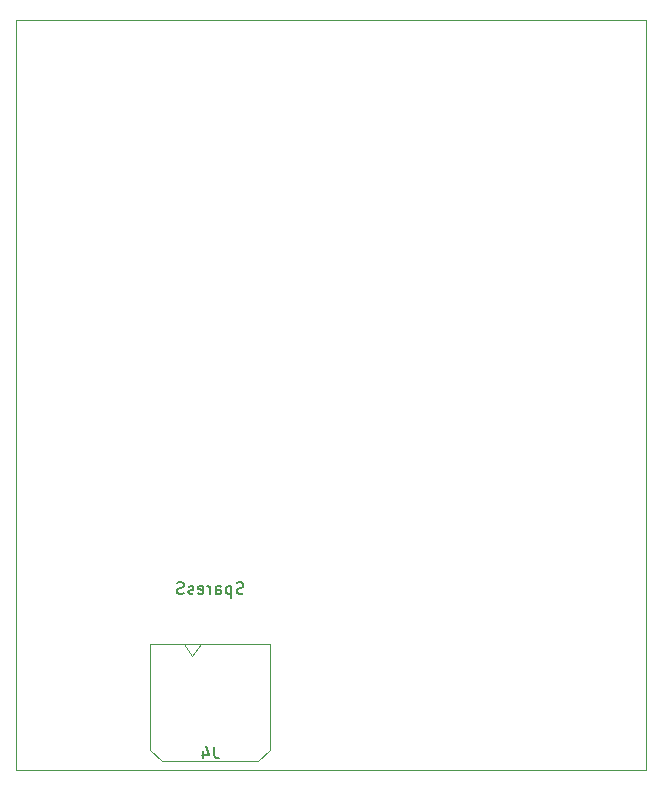
<source format=gbr>
%TF.GenerationSoftware,KiCad,Pcbnew,7.0.7*%
%TF.CreationDate,2023-10-17T22:09:54-05:00*%
%TF.ProjectId,Heater_South_DCT_HSK,48656174-6572-45f5-936f-7574685f4443,rev?*%
%TF.SameCoordinates,Original*%
%TF.FileFunction,AssemblyDrawing,Bot*%
%FSLAX46Y46*%
G04 Gerber Fmt 4.6, Leading zero omitted, Abs format (unit mm)*
G04 Created by KiCad (PCBNEW 7.0.7) date 2023-10-17 22:09:54*
%MOMM*%
%LPD*%
G01*
G04 APERTURE LIST*
%ADD10C,0.150000*%
%ADD11C,0.100000*%
%TA.AperFunction,Profile*%
%ADD12C,0.100000*%
%TD*%
G04 APERTURE END LIST*
D10*
X120809523Y-99387200D02*
X120666666Y-99434819D01*
X120666666Y-99434819D02*
X120428571Y-99434819D01*
X120428571Y-99434819D02*
X120333333Y-99387200D01*
X120333333Y-99387200D02*
X120285714Y-99339580D01*
X120285714Y-99339580D02*
X120238095Y-99244342D01*
X120238095Y-99244342D02*
X120238095Y-99149104D01*
X120238095Y-99149104D02*
X120285714Y-99053866D01*
X120285714Y-99053866D02*
X120333333Y-99006247D01*
X120333333Y-99006247D02*
X120428571Y-98958628D01*
X120428571Y-98958628D02*
X120619047Y-98911009D01*
X120619047Y-98911009D02*
X120714285Y-98863390D01*
X120714285Y-98863390D02*
X120761904Y-98815771D01*
X120761904Y-98815771D02*
X120809523Y-98720533D01*
X120809523Y-98720533D02*
X120809523Y-98625295D01*
X120809523Y-98625295D02*
X120761904Y-98530057D01*
X120761904Y-98530057D02*
X120714285Y-98482438D01*
X120714285Y-98482438D02*
X120619047Y-98434819D01*
X120619047Y-98434819D02*
X120380952Y-98434819D01*
X120380952Y-98434819D02*
X120238095Y-98482438D01*
X119809523Y-98768152D02*
X119809523Y-99768152D01*
X119809523Y-98815771D02*
X119714285Y-98768152D01*
X119714285Y-98768152D02*
X119523809Y-98768152D01*
X119523809Y-98768152D02*
X119428571Y-98815771D01*
X119428571Y-98815771D02*
X119380952Y-98863390D01*
X119380952Y-98863390D02*
X119333333Y-98958628D01*
X119333333Y-98958628D02*
X119333333Y-99244342D01*
X119333333Y-99244342D02*
X119380952Y-99339580D01*
X119380952Y-99339580D02*
X119428571Y-99387200D01*
X119428571Y-99387200D02*
X119523809Y-99434819D01*
X119523809Y-99434819D02*
X119714285Y-99434819D01*
X119714285Y-99434819D02*
X119809523Y-99387200D01*
X118476190Y-99434819D02*
X118476190Y-98911009D01*
X118476190Y-98911009D02*
X118523809Y-98815771D01*
X118523809Y-98815771D02*
X118619047Y-98768152D01*
X118619047Y-98768152D02*
X118809523Y-98768152D01*
X118809523Y-98768152D02*
X118904761Y-98815771D01*
X118476190Y-99387200D02*
X118571428Y-99434819D01*
X118571428Y-99434819D02*
X118809523Y-99434819D01*
X118809523Y-99434819D02*
X118904761Y-99387200D01*
X118904761Y-99387200D02*
X118952380Y-99291961D01*
X118952380Y-99291961D02*
X118952380Y-99196723D01*
X118952380Y-99196723D02*
X118904761Y-99101485D01*
X118904761Y-99101485D02*
X118809523Y-99053866D01*
X118809523Y-99053866D02*
X118571428Y-99053866D01*
X118571428Y-99053866D02*
X118476190Y-99006247D01*
X117999999Y-99434819D02*
X117999999Y-98768152D01*
X117999999Y-98958628D02*
X117952380Y-98863390D01*
X117952380Y-98863390D02*
X117904761Y-98815771D01*
X117904761Y-98815771D02*
X117809523Y-98768152D01*
X117809523Y-98768152D02*
X117714285Y-98768152D01*
X116999999Y-99387200D02*
X117095237Y-99434819D01*
X117095237Y-99434819D02*
X117285713Y-99434819D01*
X117285713Y-99434819D02*
X117380951Y-99387200D01*
X117380951Y-99387200D02*
X117428570Y-99291961D01*
X117428570Y-99291961D02*
X117428570Y-98911009D01*
X117428570Y-98911009D02*
X117380951Y-98815771D01*
X117380951Y-98815771D02*
X117285713Y-98768152D01*
X117285713Y-98768152D02*
X117095237Y-98768152D01*
X117095237Y-98768152D02*
X116999999Y-98815771D01*
X116999999Y-98815771D02*
X116952380Y-98911009D01*
X116952380Y-98911009D02*
X116952380Y-99006247D01*
X116952380Y-99006247D02*
X117428570Y-99101485D01*
X116571427Y-99387200D02*
X116476189Y-99434819D01*
X116476189Y-99434819D02*
X116285713Y-99434819D01*
X116285713Y-99434819D02*
X116190475Y-99387200D01*
X116190475Y-99387200D02*
X116142856Y-99291961D01*
X116142856Y-99291961D02*
X116142856Y-99244342D01*
X116142856Y-99244342D02*
X116190475Y-99149104D01*
X116190475Y-99149104D02*
X116285713Y-99101485D01*
X116285713Y-99101485D02*
X116428570Y-99101485D01*
X116428570Y-99101485D02*
X116523808Y-99053866D01*
X116523808Y-99053866D02*
X116571427Y-98958628D01*
X116571427Y-98958628D02*
X116571427Y-98911009D01*
X116571427Y-98911009D02*
X116523808Y-98815771D01*
X116523808Y-98815771D02*
X116428570Y-98768152D01*
X116428570Y-98768152D02*
X116285713Y-98768152D01*
X116285713Y-98768152D02*
X116190475Y-98815771D01*
X115761903Y-99387200D02*
X115619046Y-99434819D01*
X115619046Y-99434819D02*
X115380951Y-99434819D01*
X115380951Y-99434819D02*
X115285713Y-99387200D01*
X115285713Y-99387200D02*
X115238094Y-99339580D01*
X115238094Y-99339580D02*
X115190475Y-99244342D01*
X115190475Y-99244342D02*
X115190475Y-99149104D01*
X115190475Y-99149104D02*
X115238094Y-99053866D01*
X115238094Y-99053866D02*
X115285713Y-99006247D01*
X115285713Y-99006247D02*
X115380951Y-98958628D01*
X115380951Y-98958628D02*
X115571427Y-98911009D01*
X115571427Y-98911009D02*
X115666665Y-98863390D01*
X115666665Y-98863390D02*
X115714284Y-98815771D01*
X115714284Y-98815771D02*
X115761903Y-98720533D01*
X115761903Y-98720533D02*
X115761903Y-98625295D01*
X115761903Y-98625295D02*
X115714284Y-98530057D01*
X115714284Y-98530057D02*
X115666665Y-98482438D01*
X115666665Y-98482438D02*
X115571427Y-98434819D01*
X115571427Y-98434819D02*
X115333332Y-98434819D01*
X115333332Y-98434819D02*
X115190475Y-98482438D01*
X118333333Y-112354819D02*
X118333333Y-113069104D01*
X118333333Y-113069104D02*
X118380952Y-113211961D01*
X118380952Y-113211961D02*
X118476190Y-113307200D01*
X118476190Y-113307200D02*
X118619047Y-113354819D01*
X118619047Y-113354819D02*
X118714285Y-113354819D01*
X117428571Y-112688152D02*
X117428571Y-113354819D01*
X117666666Y-112307200D02*
X117904761Y-113021485D01*
X117904761Y-113021485D02*
X117285714Y-113021485D01*
D11*
%TO.C,J4*%
X112925000Y-103690000D02*
X112925000Y-112600000D01*
X112925000Y-112600000D02*
X113925000Y-113600000D01*
X113925000Y-113600000D02*
X122075000Y-113600000D01*
X115750000Y-103690000D02*
X116500000Y-104680000D01*
X116500000Y-104680000D02*
X117250000Y-103690000D01*
X122075000Y-113600000D02*
X123075000Y-112600000D01*
X123075000Y-103690000D02*
X112925000Y-103690000D01*
X123075000Y-112600000D02*
X123075000Y-103690000D01*
%TD*%
D12*
X101600000Y-50800000D02*
X154940000Y-50800000D01*
X154940000Y-114300000D01*
X101600000Y-114300000D01*
X101600000Y-50800000D01*
M02*

</source>
